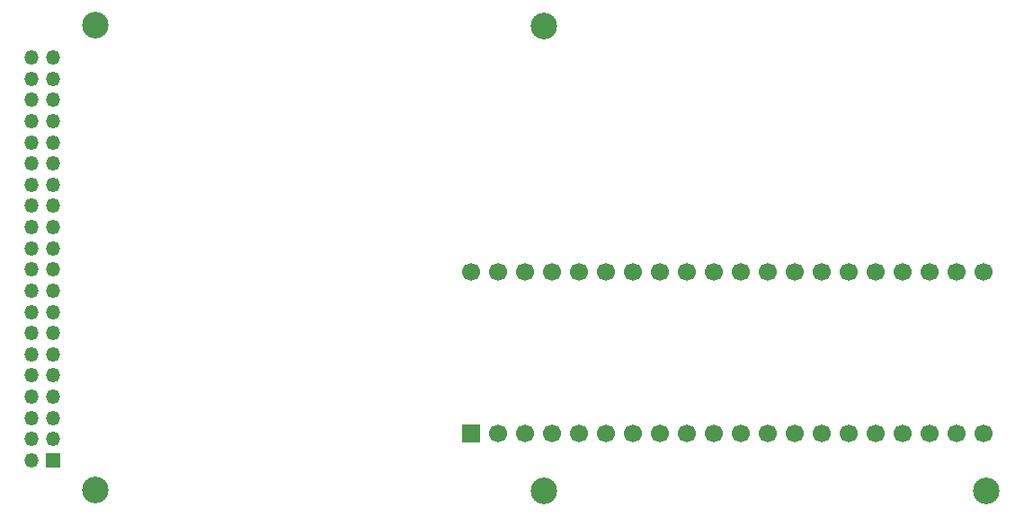
<source format=gbs>
G04 #@! TF.GenerationSoftware,KiCad,Pcbnew,(6.0.4)*
G04 #@! TF.CreationDate,2022-09-08T18:29:31-05:00*
G04 #@! TF.ProjectId,v2-PowerBook-BLUESCSI-dehij,76322d50-6f77-4657-9242-6f6f6b2d424c,rev?*
G04 #@! TF.SameCoordinates,Original*
G04 #@! TF.FileFunction,Soldermask,Bot*
G04 #@! TF.FilePolarity,Negative*
%FSLAX46Y46*%
G04 Gerber Fmt 4.6, Leading zero omitted, Abs format (unit mm)*
G04 Created by KiCad (PCBNEW (6.0.4)) date 2022-09-08 18:29:31*
%MOMM*%
%LPD*%
G01*
G04 APERTURE LIST*
%ADD10C,2.500000*%
%ADD11C,1.700000*%
%ADD12R,1.700000X1.700000*%
%ADD13R,1.350000X1.350000*%
%ADD14O,1.350000X1.350000*%
G04 APERTURE END LIST*
D10*
X166650000Y-123500000D03*
X124980000Y-123500000D03*
X82730000Y-123430000D03*
X124980000Y-79700000D03*
X82730000Y-79630000D03*
D11*
X118110000Y-102870000D03*
D12*
X118110000Y-118110000D03*
D11*
X120650000Y-102870000D03*
X120650000Y-118110000D03*
X123190000Y-102870000D03*
X123190000Y-118110000D03*
X125730000Y-102870000D03*
X125730000Y-118110000D03*
X128270000Y-102870000D03*
X128270000Y-118110000D03*
X130810000Y-102870000D03*
X130810000Y-118110000D03*
X133350000Y-102870000D03*
X133350000Y-118110000D03*
X135890000Y-102870000D03*
X135890000Y-118110000D03*
X138430000Y-102870000D03*
X138430000Y-118110000D03*
X140970000Y-102870000D03*
X140970000Y-118110000D03*
X143510000Y-102870000D03*
X143510000Y-118110000D03*
X146050000Y-102870000D03*
X146050000Y-118110000D03*
X148590000Y-102870000D03*
X148590000Y-118110000D03*
X151130000Y-102870000D03*
X151130000Y-118110000D03*
X153670000Y-102870000D03*
X153670000Y-118110000D03*
X156210000Y-102870000D03*
X156210000Y-118110000D03*
X158750000Y-102870000D03*
X158750000Y-118110000D03*
X161290000Y-102870000D03*
X161290000Y-118110000D03*
X163830000Y-102870000D03*
X163830000Y-118110000D03*
X166370000Y-102870000D03*
X166370000Y-118110000D03*
D13*
X78740000Y-120650000D03*
D14*
X76740000Y-120650000D03*
X78740000Y-118650000D03*
X76740000Y-118650000D03*
X78740000Y-116650000D03*
X76740000Y-116650000D03*
X78740000Y-114650000D03*
X76740000Y-114650000D03*
X78740000Y-112650000D03*
X76740000Y-112650000D03*
X78740000Y-110650000D03*
X76740000Y-110650000D03*
X78740000Y-108650000D03*
X76740000Y-108650000D03*
X78740000Y-106650000D03*
X76740000Y-106650000D03*
X78740000Y-104650000D03*
X76740000Y-104650000D03*
X78740000Y-102650000D03*
X76740000Y-102650000D03*
X78740000Y-100650000D03*
X76740000Y-100650000D03*
X78740000Y-98650000D03*
X76740000Y-98650000D03*
X78740000Y-96650000D03*
X76740000Y-96650000D03*
X78740000Y-94650000D03*
X76740000Y-94650000D03*
X78740000Y-92650000D03*
X76740000Y-92650000D03*
X78740000Y-90650000D03*
X76740000Y-90650000D03*
X78740000Y-88650000D03*
X76740000Y-88650000D03*
X78740000Y-86650000D03*
X76740000Y-86650000D03*
X78740000Y-84650000D03*
X76740000Y-84650000D03*
X78740000Y-82650000D03*
X76740000Y-82650000D03*
M02*

</source>
